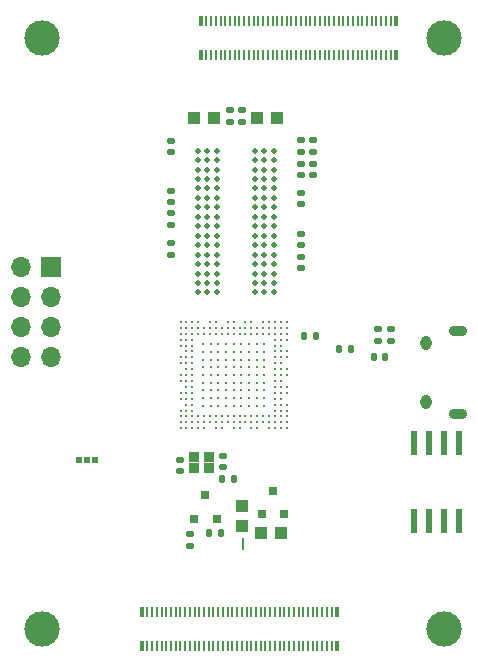
<source format=gbr>
G04 #@! TF.GenerationSoftware,KiCad,Pcbnew,9.0.1*
G04 #@! TF.CreationDate,2025-06-03T13:31:56-07:00*
G04 #@! TF.ProjectId,mp153-devboard,6d703135-332d-4646-9576-626f6172642e,rev?*
G04 #@! TF.SameCoordinates,PXb487a00PY650eff0*
G04 #@! TF.FileFunction,Soldermask,Top*
G04 #@! TF.FilePolarity,Negative*
%FSLAX46Y46*%
G04 Gerber Fmt 4.6, Leading zero omitted, Abs format (unit mm)*
G04 Created by KiCad (PCBNEW 9.0.1) date 2025-06-03 13:31:56*
%MOMM*%
%LPD*%
G01*
G04 APERTURE LIST*
G04 Aperture macros list*
%AMRoundRect*
0 Rectangle with rounded corners*
0 $1 Rounding radius*
0 $2 $3 $4 $5 $6 $7 $8 $9 X,Y pos of 4 corners*
0 Add a 4 corners polygon primitive as box body*
4,1,4,$2,$3,$4,$5,$6,$7,$8,$9,$2,$3,0*
0 Add four circle primitives for the rounded corners*
1,1,$1+$1,$2,$3*
1,1,$1+$1,$4,$5*
1,1,$1+$1,$6,$7*
1,1,$1+$1,$8,$9*
0 Add four rect primitives between the rounded corners*
20,1,$1+$1,$2,$3,$4,$5,0*
20,1,$1+$1,$4,$5,$6,$7,0*
20,1,$1+$1,$6,$7,$8,$9,0*
20,1,$1+$1,$8,$9,$2,$3,0*%
G04 Aperture macros list end*
%ADD10RoundRect,0.147500X0.172500X-0.147500X0.172500X0.147500X-0.172500X0.147500X-0.172500X-0.147500X0*%
%ADD11RoundRect,0.147500X-0.172500X0.147500X-0.172500X-0.147500X0.172500X-0.147500X0.172500X0.147500X0*%
%ADD12R,0.160000X0.500000*%
%ADD13R,0.500000X0.500000*%
%ADD14R,1.000000X1.000000*%
%ADD15C,3.000000*%
%ADD16C,0.230000*%
%ADD17RoundRect,0.050000X0.400000X0.350000X-0.400000X0.350000X-0.400000X-0.350000X0.400000X-0.350000X0*%
%ADD18RoundRect,0.147500X-0.147500X-0.172500X0.147500X-0.172500X0.147500X0.172500X-0.147500X0.172500X0*%
%ADD19RoundRect,0.147500X0.147500X0.172500X-0.147500X0.172500X-0.147500X-0.172500X0.147500X-0.172500X0*%
%ADD20R,0.200000X0.890000*%
%ADD21R,0.350000X0.890000*%
%ADD22R,0.800100X0.800100*%
%ADD23C,0.500000*%
%ADD24R,0.600000X2.000000*%
%ADD25O,1.550000X0.890000*%
%ADD26O,0.950000X1.250000*%
%ADD27R,1.700000X1.700000*%
%ADD28O,1.700000X1.700000*%
G04 APERTURE END LIST*
D10*
G04 #@! TO.C,C42*
X14130800Y37555821D03*
X14130800Y38525821D03*
G04 #@! TD*
G04 #@! TO.C,R4*
X32740800Y27745100D03*
X32740800Y28715100D03*
G04 #@! TD*
D11*
G04 #@! TO.C,C98*
X25160800Y44715821D03*
X25160800Y43745821D03*
G04 #@! TD*
D12*
G04 #@! TO.C,NT2*
X20280800Y10807600D03*
X20280800Y10307600D03*
G04 #@! TD*
D13*
G04 #@! TO.C,JP1*
X7740800Y17617600D03*
X7060800Y17617600D03*
X6380800Y17617600D03*
G04 #@! TD*
D10*
G04 #@! TO.C,R67*
X25130800Y35825821D03*
X25130800Y36795821D03*
G04 #@! TD*
D14*
G04 #@! TO.C,C81*
X23170800Y46610821D03*
X21470800Y46610821D03*
G04 #@! TD*
D15*
G04 #@! TO.C,H4*
X37250800Y3357600D03*
G04 #@! TD*
G04 #@! TO.C,H2*
X3250800Y53357600D03*
G04 #@! TD*
D11*
G04 #@! TO.C,C13*
X14930800Y17662600D03*
X14930800Y16692600D03*
G04 #@! TD*
D15*
G04 #@! TO.C,H3*
X3250800Y3357600D03*
G04 #@! TD*
D10*
G04 #@! TO.C,C64*
X26174260Y43740741D03*
X26174260Y44710741D03*
G04 #@! TD*
D11*
G04 #@! TO.C,C55*
X26190800Y42715821D03*
X26190800Y41745821D03*
G04 #@! TD*
D16*
G04 #@! TO.C,U2*
X16860800Y22237600D03*
X16860800Y22887600D03*
X16860800Y23537600D03*
X16860800Y24187600D03*
X16860800Y24837600D03*
X16860800Y25487600D03*
X16860800Y26137600D03*
X16860800Y26787600D03*
X16860800Y27437600D03*
X17510800Y22237600D03*
X17510800Y22887600D03*
X17510800Y23537600D03*
X17510800Y24187600D03*
X17510800Y24837600D03*
X17510800Y25487600D03*
X17510800Y26137600D03*
X17510800Y26787600D03*
X17510800Y27437600D03*
X18160800Y22237600D03*
X18160800Y22887600D03*
X18160800Y23537600D03*
X18160800Y24187600D03*
X18160800Y24837600D03*
X18160800Y25487600D03*
X18160800Y26137600D03*
X18160800Y26787600D03*
X18160800Y27437600D03*
X18810800Y22237600D03*
X18810800Y22887600D03*
X18810800Y23537600D03*
X18810800Y24187600D03*
X18810800Y24837600D03*
X18810800Y25487600D03*
X18810800Y26137600D03*
X18810800Y26787600D03*
X18810800Y27437600D03*
X19460800Y22237600D03*
X19460800Y22887600D03*
X19460800Y23537600D03*
X19460800Y24187600D03*
X19460800Y24837600D03*
X19460800Y25487600D03*
X19460800Y26137600D03*
X19460800Y26787600D03*
X19460800Y27437600D03*
X20110800Y22237600D03*
X20110800Y22887600D03*
X20110800Y23537600D03*
X20110800Y24187600D03*
X20110800Y24837600D03*
X20110800Y25487600D03*
X20110800Y26137600D03*
X20110800Y26787600D03*
X20110800Y27437600D03*
X20760800Y22237600D03*
X20760800Y22887600D03*
X20760800Y23537600D03*
X20760800Y24187600D03*
X20760800Y24837600D03*
X20760800Y25487600D03*
X20760800Y26137600D03*
X20760800Y26787600D03*
X20760800Y27437600D03*
X21410800Y22237600D03*
X21410800Y22887600D03*
X21410800Y23537600D03*
X21410800Y24187600D03*
X21410800Y24837600D03*
X21410800Y25487600D03*
X21410800Y26137600D03*
X21410800Y26787600D03*
X21410800Y27437600D03*
X22060800Y22237600D03*
X22060800Y22887600D03*
X22060800Y23537600D03*
X22060800Y24187600D03*
X22060800Y24837600D03*
X22060800Y25487600D03*
X22060800Y26137600D03*
X22060800Y26787600D03*
X22060800Y27437600D03*
X14960800Y20337600D03*
X14960800Y20837600D03*
X14960800Y21337600D03*
X14960800Y21837600D03*
X14960800Y22837600D03*
X14960800Y23337600D03*
X14960800Y24337600D03*
X14960800Y24837600D03*
X14960800Y25837600D03*
X14960800Y26337600D03*
X14960800Y27337600D03*
X14960800Y27837600D03*
X14960800Y28337600D03*
X14960800Y28837600D03*
X14960800Y29337600D03*
X15460800Y20337600D03*
X15460800Y20837600D03*
X15460800Y21337600D03*
X15460800Y21837600D03*
X15460800Y22337600D03*
X15460800Y22837600D03*
X15460800Y23337600D03*
X15460800Y23837600D03*
X15460800Y24337600D03*
X15460800Y24837600D03*
X15460800Y25337600D03*
X15460800Y25837600D03*
X15460800Y26337600D03*
X15460800Y26837600D03*
X15460800Y27337600D03*
X15460800Y27837600D03*
X15460800Y28337600D03*
X15460800Y28837600D03*
X15460800Y29337600D03*
X15960800Y20337600D03*
X15960800Y20837600D03*
X15960800Y21337600D03*
X15960800Y21837600D03*
X15960800Y22337600D03*
X15960800Y22837600D03*
X15960800Y23337600D03*
X15960800Y23837600D03*
X15960800Y24337600D03*
X15960800Y24837600D03*
X15960800Y25337600D03*
X15960800Y25837600D03*
X15960800Y26337600D03*
X15960800Y26837600D03*
X15960800Y27337600D03*
X15960800Y27837600D03*
X15960800Y28337600D03*
X15960800Y28837600D03*
X15960800Y29337600D03*
X16460800Y20337600D03*
X16460800Y20837600D03*
X16460800Y21337600D03*
X16460800Y28337600D03*
X16460800Y28837600D03*
X16460800Y29337600D03*
X16960800Y20337600D03*
X16960800Y20837600D03*
X16960800Y21337600D03*
X16960800Y28337600D03*
X16960800Y28837600D03*
X17460800Y20837600D03*
X17460800Y21337600D03*
X17460800Y28337600D03*
X17460800Y28837600D03*
X17460800Y29337600D03*
X17960800Y20337600D03*
X17960800Y20837600D03*
X17960800Y21337600D03*
X17960800Y28337600D03*
X17960800Y28837600D03*
X17960800Y29337600D03*
X18460800Y20337600D03*
X18460800Y20837600D03*
X18460800Y21337600D03*
X18460800Y28337600D03*
X18460800Y28837600D03*
X18960800Y20837600D03*
X18960800Y21337600D03*
X18960800Y28337600D03*
X18960800Y28837600D03*
X18960800Y29337600D03*
X19460800Y20337600D03*
X19460800Y20837600D03*
X19460800Y21337600D03*
X19460800Y28337600D03*
X19460800Y28837600D03*
X19460800Y29337600D03*
X19960800Y20337600D03*
X19960800Y20837600D03*
X19960800Y21337600D03*
X19960800Y28337600D03*
X19960800Y28837600D03*
X20460800Y20837600D03*
X20460800Y21337600D03*
X20460800Y28337600D03*
X20460800Y28837600D03*
X20460800Y29337600D03*
X20960800Y20337600D03*
X20960800Y20837600D03*
X20960800Y21337600D03*
X20960800Y28337600D03*
X20960800Y28837600D03*
X20960800Y29337600D03*
X21460800Y20337600D03*
X21460800Y20837600D03*
X21460800Y21337600D03*
X21460800Y28337600D03*
X21460800Y28837600D03*
X21960800Y20837600D03*
X21960800Y21337600D03*
X21960800Y28337600D03*
X21960800Y28837600D03*
X21960800Y29337600D03*
X22460800Y20337600D03*
X22460800Y20837600D03*
X22460800Y21337600D03*
X22460800Y28337600D03*
X22460800Y28837600D03*
X22460800Y29337600D03*
X22960800Y20337600D03*
X22960800Y20837600D03*
X22960800Y21337600D03*
X22960800Y21837600D03*
X22960800Y22337600D03*
X22960800Y22837600D03*
X22960800Y23337600D03*
X22960800Y23837600D03*
X22960800Y24337600D03*
X22960800Y24837600D03*
X22960800Y25337600D03*
X22960800Y25837600D03*
X22960800Y26337600D03*
X22960800Y26837600D03*
X22960800Y27337600D03*
X22960800Y27837600D03*
X22960800Y28337600D03*
X22960800Y28837600D03*
X22960800Y29337600D03*
X23460800Y20337600D03*
X23460800Y20837600D03*
X23460800Y21337600D03*
X23460800Y21837600D03*
X23460800Y22337600D03*
X23460800Y22837600D03*
X23460800Y23337600D03*
X23460800Y23837600D03*
X23460800Y24337600D03*
X23460800Y24837600D03*
X23460800Y25337600D03*
X23460800Y25837600D03*
X23460800Y26337600D03*
X23460800Y26837600D03*
X23460800Y27337600D03*
X23460800Y27837600D03*
X23460800Y28337600D03*
X23460800Y28837600D03*
X23460800Y29337600D03*
X23960800Y20337600D03*
X23960800Y20837600D03*
X23960800Y21337600D03*
X23960800Y21837600D03*
X23960800Y22337600D03*
X23960800Y23337600D03*
X23960800Y23837600D03*
X23960800Y24837600D03*
X23960800Y25337600D03*
X23960800Y26337600D03*
X23960800Y26837600D03*
X23960800Y27837600D03*
X23960800Y28337600D03*
X23960800Y28837600D03*
X23960800Y29337600D03*
G04 #@! TD*
D14*
G04 #@! TO.C,C83*
X17810800Y46620821D03*
X16110800Y46620821D03*
G04 #@! TD*
D17*
G04 #@! TO.C,X1*
X17395807Y17940808D03*
X16095803Y17940808D03*
X16095803Y16940808D03*
X17395807Y16940808D03*
G04 #@! TD*
D18*
G04 #@! TO.C,C24*
X18495800Y16047600D03*
X19465800Y16047600D03*
G04 #@! TD*
D19*
G04 #@! TO.C,R73*
X18345800Y11437600D03*
X17375800Y11437600D03*
G04 #@! TD*
G04 #@! TO.C,R3*
X29375800Y27027600D03*
X28405800Y27027600D03*
G04 #@! TD*
D20*
G04 #@! TO.C,J4*
X12151700Y1912600D03*
X12151700Y4802600D03*
X12551700Y1912600D03*
X12551700Y4802600D03*
X12951700Y1912600D03*
X12951700Y4802600D03*
X13351700Y1912600D03*
X13351700Y4802600D03*
X13751700Y1912600D03*
X13751700Y4802600D03*
X14151700Y1912600D03*
X14151700Y4802600D03*
X14551700Y1912600D03*
X14551700Y4802600D03*
X14951700Y1912600D03*
X14951700Y4802600D03*
X15351700Y1912600D03*
X15351700Y4802600D03*
X15751700Y1912600D03*
X15751700Y4802600D03*
X16151700Y1912600D03*
X16151700Y4802600D03*
X16551700Y1912600D03*
X16551700Y4802600D03*
X16951700Y1912600D03*
X16951700Y4802600D03*
X17351700Y1912600D03*
X17351700Y4802600D03*
X17751700Y1912600D03*
X17751700Y4802600D03*
X18151700Y1912600D03*
X18151700Y4802600D03*
X18551700Y1912600D03*
X18551700Y4802600D03*
X18951700Y1912600D03*
X18951700Y4802600D03*
X19351700Y1912600D03*
X19351700Y4802600D03*
X19751700Y1912600D03*
X19751700Y4802600D03*
X20151700Y1912600D03*
X20151700Y4802600D03*
X20551700Y1912600D03*
X20551700Y4802600D03*
X20951700Y1912600D03*
X20951700Y4802600D03*
X21351700Y1912600D03*
X21351700Y4802600D03*
X21751700Y1912600D03*
X21751700Y4802600D03*
X22151700Y1912600D03*
X22151700Y4802600D03*
X22551700Y1912600D03*
X22551700Y4802600D03*
X22951700Y1912600D03*
X22951700Y4802600D03*
X23351700Y1912600D03*
X23351700Y4802600D03*
X23751700Y1912600D03*
X23751700Y4802600D03*
X24151700Y1912600D03*
X24151700Y4802600D03*
X24551700Y1912600D03*
X24551700Y4802600D03*
X24951700Y1912600D03*
X24951700Y4802600D03*
X25351700Y1912600D03*
X25351700Y4802600D03*
X25751700Y1912600D03*
X25751700Y4802600D03*
X26151700Y1912600D03*
X26151700Y4802600D03*
X26551700Y1912600D03*
X26551700Y4802600D03*
X26951700Y1912600D03*
X26951700Y4802600D03*
X27351700Y1912600D03*
X27351700Y4802600D03*
X27751700Y1912600D03*
X27751700Y4802600D03*
D21*
X11676700Y1912600D03*
X28226700Y1912600D03*
X11676700Y4802600D03*
X28226700Y4802600D03*
G04 #@! TD*
D10*
G04 #@! TO.C,R30*
X15790800Y10402600D03*
X15790800Y11372600D03*
G04 #@! TD*
D15*
G04 #@! TO.C,H1*
X37250800Y53357600D03*
G04 #@! TD*
D11*
G04 #@! TO.C,C102*
X25150800Y40265821D03*
X25150800Y39295821D03*
G04 #@! TD*
D10*
G04 #@! TO.C,C94*
X19140800Y46285821D03*
X19140800Y47255821D03*
G04 #@! TD*
D11*
G04 #@! TO.C,R5*
X31640800Y28720100D03*
X31640800Y27750100D03*
G04 #@! TD*
D10*
G04 #@! TO.C,C14*
X18534260Y17025741D03*
X18534260Y17995741D03*
G04 #@! TD*
D22*
G04 #@! TO.C,U13*
X21850800Y13057600D03*
X23750800Y13057600D03*
X22800800Y15056580D03*
G04 #@! TD*
D23*
G04 #@! TO.C,U14*
X16440398Y43836600D03*
X17240400Y43836600D03*
X18040400Y43836600D03*
X21240400Y43836600D03*
X22040400Y43836600D03*
X22840400Y43836600D03*
X16440398Y43036600D03*
X17240400Y43036600D03*
X18040400Y43036600D03*
X21240400Y43036600D03*
X22040400Y43036600D03*
X22840400Y43036600D03*
X16440398Y42236600D03*
X17240400Y42236600D03*
X18040400Y42236600D03*
X21240400Y42236600D03*
X22040400Y42236600D03*
X22840400Y42236600D03*
X16440398Y41436600D03*
X17240400Y41436600D03*
X18040400Y41436600D03*
X21240400Y41436600D03*
X22040400Y41436600D03*
X22840400Y41436600D03*
X16440398Y40636600D03*
X17240400Y40636600D03*
X18040400Y40636600D03*
X21240400Y40636600D03*
X22040400Y40636600D03*
X22840400Y40636600D03*
X16440398Y39836600D03*
X17240400Y39836600D03*
X18040400Y39836600D03*
X21240400Y39836600D03*
X22040400Y39836600D03*
X22840400Y39836600D03*
X16440398Y39036600D03*
X17240400Y39036600D03*
X18040400Y39036600D03*
X21240400Y39036600D03*
X22040400Y39036600D03*
X22840400Y39036600D03*
X16440398Y38236600D03*
X17240400Y38236600D03*
X18040400Y38236600D03*
X21240400Y38236600D03*
X22040400Y38236600D03*
X22840400Y38236600D03*
X16440398Y37436600D03*
X17240400Y37436600D03*
X18040400Y37436600D03*
X21240400Y37436600D03*
X22040400Y37436600D03*
X22840400Y37436600D03*
X16440398Y36636600D03*
X17240400Y36636600D03*
X18040400Y36636600D03*
X21240400Y36636600D03*
X22040400Y36636600D03*
X22840400Y36636600D03*
X16440398Y35836600D03*
X17240400Y35836600D03*
X18040400Y35836600D03*
X21240400Y35836600D03*
X22040400Y35836600D03*
X22840400Y35836600D03*
X16440398Y35036600D03*
X17240400Y35036600D03*
X18040400Y35036600D03*
X21240400Y35036600D03*
X22040400Y35036600D03*
X22840400Y35036600D03*
X16440398Y34236600D03*
X17240400Y34236600D03*
X18040400Y34236600D03*
X21240400Y34236600D03*
X22040400Y34236600D03*
X22840400Y34236600D03*
X16440398Y33436600D03*
X17240400Y33436600D03*
X18040400Y33436600D03*
X21240400Y33436600D03*
X22040400Y33436600D03*
X22840400Y33436600D03*
X16440398Y32636600D03*
X17240400Y32636600D03*
X18040400Y32636600D03*
X21240400Y32636600D03*
X22040400Y32636600D03*
X22840400Y32636600D03*
X16440398Y31836600D03*
X17240400Y31836600D03*
X18040400Y31836600D03*
X21240400Y31836600D03*
X22040400Y31836600D03*
X22840400Y31836600D03*
G04 #@! TD*
D19*
G04 #@! TO.C,C40*
X26395800Y28154821D03*
X25425800Y28154821D03*
G04 #@! TD*
G04 #@! TO.C,C29*
X32305800Y26357600D03*
X31335800Y26357600D03*
G04 #@! TD*
D11*
G04 #@! TO.C,C82*
X14130800Y40445821D03*
X14130800Y39475821D03*
G04 #@! TD*
D10*
G04 #@! TO.C,C99*
X25172060Y41736141D03*
X25172060Y42706141D03*
G04 #@! TD*
D11*
G04 #@! TO.C,C87*
X20200800Y47255821D03*
X20200800Y46285821D03*
G04 #@! TD*
D22*
G04 #@! TO.C,Q1*
X16110800Y12676840D03*
X18010800Y12676840D03*
X17060800Y14675820D03*
G04 #@! TD*
D10*
G04 #@! TO.C,C92*
X14130800Y43695821D03*
X14130800Y44665821D03*
G04 #@! TD*
D14*
G04 #@! TO.C,C44*
X23508800Y11496600D03*
X21808800Y11496600D03*
G04 #@! TD*
D10*
G04 #@! TO.C,C106*
X14140800Y35025821D03*
X14140800Y35995821D03*
G04 #@! TD*
D14*
G04 #@! TO.C,C41*
X20130800Y13747600D03*
X20130800Y12047600D03*
G04 #@! TD*
D10*
G04 #@! TO.C,R59*
X25150800Y33895821D03*
X25150800Y34865821D03*
G04 #@! TD*
D24*
G04 #@! TO.C,U5*
X34765800Y12475600D03*
X36035800Y12475600D03*
X37305800Y12475600D03*
X38575800Y12475600D03*
X38575800Y19079600D03*
X37305800Y19079600D03*
X36035800Y19079600D03*
X34765800Y19079600D03*
G04 #@! TD*
D20*
G04 #@! TO.C,J6*
X17151700Y51912600D03*
X17151700Y54802600D03*
X17551700Y51912600D03*
X17551700Y54802600D03*
X17951700Y51912600D03*
X17951700Y54802600D03*
X18351700Y51912600D03*
X18351700Y54802600D03*
X18751700Y51912600D03*
X18751700Y54802600D03*
X19151700Y51912600D03*
X19151700Y54802600D03*
X19551700Y51912600D03*
X19551700Y54802600D03*
X19951700Y51912600D03*
X19951700Y54802600D03*
X20351700Y51912600D03*
X20351700Y54802600D03*
X20751700Y51912600D03*
X20751700Y54802600D03*
X21151700Y51912600D03*
X21151700Y54802600D03*
X21551700Y51912600D03*
X21551700Y54802600D03*
X21951700Y51912600D03*
X21951700Y54802600D03*
X22351700Y51912600D03*
X22351700Y54802600D03*
X22751700Y51912600D03*
X22751700Y54802600D03*
X23151700Y51912600D03*
X23151700Y54802600D03*
X23551700Y51912600D03*
X23551700Y54802600D03*
X23951700Y51912600D03*
X23951700Y54802600D03*
X24351700Y51912600D03*
X24351700Y54802600D03*
X24751700Y51912600D03*
X24751700Y54802600D03*
X25151700Y51912600D03*
X25151700Y54802600D03*
X25551700Y51912600D03*
X25551700Y54802600D03*
X25951700Y51912600D03*
X25951700Y54802600D03*
X26351700Y51912600D03*
X26351700Y54802600D03*
X26751700Y51912600D03*
X26751700Y54802600D03*
X27151700Y51912600D03*
X27151700Y54802600D03*
X27551700Y51912600D03*
X27551700Y54802600D03*
X27951700Y51912600D03*
X27951700Y54802600D03*
X28351700Y51912600D03*
X28351700Y54802600D03*
X28751700Y51912600D03*
X28751700Y54802600D03*
X29151700Y51912600D03*
X29151700Y54802600D03*
X29551700Y51912600D03*
X29551700Y54802600D03*
X29951700Y51912600D03*
X29951700Y54802600D03*
X30351700Y51912600D03*
X30351700Y54802600D03*
X30751700Y51912600D03*
X30751700Y54802600D03*
X31151700Y51912600D03*
X31151700Y54802600D03*
X31551700Y51912600D03*
X31551700Y54802600D03*
X31951700Y51912600D03*
X31951700Y54802600D03*
X32351700Y51912600D03*
X32351700Y54802600D03*
X32751700Y51912600D03*
X32751700Y54802600D03*
D21*
X16676700Y51912600D03*
X33226700Y51912600D03*
X16676700Y54802600D03*
X33226700Y54802600D03*
G04 #@! TD*
D25*
G04 #@! TO.C,J3*
X38420800Y28547600D03*
D26*
X35720800Y27547600D03*
X35720800Y22547600D03*
D25*
X38420800Y21547600D03*
G04 #@! TD*
D27*
G04 #@! TO.C,J1*
X4030800Y34027600D03*
D28*
X1490800Y34027600D03*
X4030800Y31487600D03*
X1490800Y31487600D03*
X4030800Y28947600D03*
X1490800Y28947600D03*
X4030800Y26407600D03*
X1490800Y26407600D03*
G04 #@! TD*
M02*

</source>
